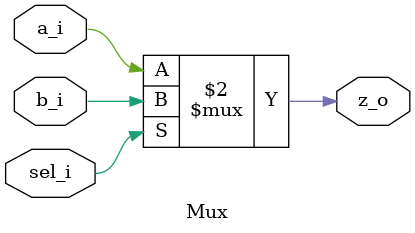
<source format=sv>
`timescale 1ns / 1ps


module Mux#(parameter Length=1)
    (input [Length-1:0] a_i, b_i,
    input sel_i,
    output [Length-1:0]z_o
    );
assign z_o= (sel_i==0) ? a_i: b_i;
            
endmodule

</source>
